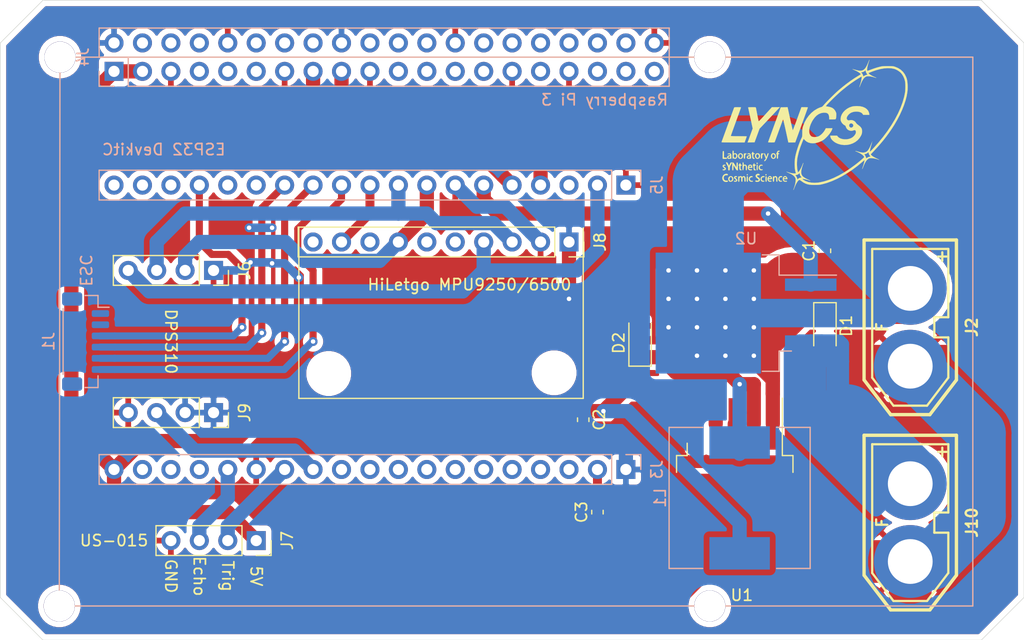
<source format=kicad_pcb>
(kicad_pcb (version 20171130) (host pcbnew 5.1.4-e60b266~84~ubuntu19.04.1)
  (layers (0 F.Cu signal) (31 B.Cu signal) (34 B.Paste user) (35 F.Paste user) (36 B.SilkS user) (37 F.SilkS user) (38 B.Mask user) (39 F.Mask user) (44 Edge.Cuts user))
  (net 0 "")
  (net 1 GND)
  (net 2 BAT)
  (net 3 5V)
  (net 4 EN)
  (net 5 "Net-(D2-Pad1)")
  (net 6 GPIO4)
  (net 7 GPIO21)
  (net 8 GPIO22)
  (net 9 GPIO27)
  (net 10 CMD)
  (net 11 SD3)
  (net 12 SD2)
  (net 13 Echo)
  (net 14 GPIO25)
  (net 15 GPIO33)
  (net 16 GPIO32)
  (net 17 GPIO35)
  (net 18 GPIO34)
  (net 19 VN)
  (net 20 VP)
  (net 21 3V3)
  (net 22 PI_UART_TX)
  (net 23 PI_UART_RX)
  (net 24 "Net-(J4-Pad11)")
  (net 25 "Net-(J4-Pad12)")
  (net 26 GPIO15)
  (net 27 "Net-(J4-Pad27)")
  (net 28 "Net-(J4-Pad28)")
  (net 29 "Net-(J4-Pad31)")
  (net 30 "Net-(J4-Pad32)")
  (net 31 "Net-(J4-Pad35)")
  (net 32 "Net-(J4-Pad36)")
  (net 33 "Net-(J4-Pad37)")
  (net 34 "Net-(J4-Pad38)")
  (net 35 ADO)
  (net 36 GPIO5)
  (net 37 CSBN)
  (net 38 GPIO16)
  (net 39 GPIO0)
  (net 40 GPIO2)
  (net 41 SD1)
  (net 42 SD0)
  (net 43 CLK)
  (net 44 EDA)
  (net 45 ECL)
  (net 46 INT)
  (net 47 FSYNC)
  (net 48 "Net-(J1-Pad2)")
  (net 49 ESC_VIN)
  (net 50 GPIO17)
  (net 51 GPIO26)
  (net 52 GPIO23)
  (net 53 PI_GPIO10)
  (net 54 PI_GPIO9)
  (net 55 PI_GPIO11)
  (net 56 PI_GPIO8)
  (net 57 PI_PIGPIO_TX)
  (net 58 PI_PIGPIO_RX)
  (net 59 "Net-(J4-Pad4)")
  (net 60 "Net-(J4-Pad6)")
  (net 61 "Net-(J4-Pad8)")
  (net 62 "Net-(J4-Pad14)")
  (net 63 "Net-(J4-Pad16)")
  (net 64 "Net-(J4-Pad21)")
  (net 65 "Net-(J4-Pad25)")
  (net 66 "Net-(J4-Pad30)")
  (net 67 "Net-(J4-Pad34)")
  (net 68 "Net-(J4-Pad39)")
  (net 69 GPIO18)
  (net 70 GPIO12)
  (net 71 "Net-(J1-Pad1)")
  (module locallib:lyncs-logo (layer F.Cu) (at 163.83 83.82)
    (fp_text reference G*** hide)
    (fp_text value LOGO hide)
  )
  (module MountingHole:MountingHole_3mm (layer F.Cu) (at 140.9065 105.664)
    (fp_text reference screw hide)
    (fp_text value MountingHole_3mm)
    (pad 1 np_thru_hole circle (at 0 0) (size 3 3) (drill 3) (layers *.Cu *.Mask))
  )
  (module MountingHole:MountingHole_3mm (layer F.Cu) (at 120.777 105.7275)
    (fp_text reference screw hide)
    (fp_text value MountingHole_3mm)
    (pad 1 np_thru_hole circle (at 0 0) (size 3 3) (drill 3) (layers *.Cu *.Mask))
  )
  (module Inductor_SMD:L_12x12mm_H6mm (layer B.Cu) (at 157.48 116.84 270)
    (fp_text reference L1 (at 0 7.1 270) (layer B.SilkS) (effects (justify mirror)))
    (fp_text value 989BS-270M)
    (pad 1 smd rect (at -4.95 0 270) (size 2.9 5.4) (layers B.Cu B.Paste B.Mask) (net 5 "Net-(D2-Pad1)"))
    (pad 2 smd rect (at 4.95 0 270) (size 2.9 5.4) (layers B.Cu B.Paste B.Mask) (net 3 5V))
  )
  (module Connector_PinSocket_2.54mm:PinSocket_1x04_P2.54mm_Vertical (layer F.Cu) (at 110.49 109.22 270)
    (fp_text reference J9 (at 0 -2.77 90) (layer F.SilkS))
    (fp_text value DPS310_RIGHT)
    (pad 1 thru_hole rect (at 0 0 270) (size 1.7 1.7) (drill 1) (layers *.Cu *.Mask) (net 21 3V3))
    (pad 2 thru_hole oval (at 0 2.54 270) (size 1.7 1.7) (drill 1) (layers *.Cu *.Mask) (net 21 3V3))
    (pad 3 thru_hole oval (at 0 5.08 270) (size 1.7 1.7) (drill 1) (layers *.Cu *.Mask) (net 37 CSBN))
    (pad 4 thru_hole oval (at 0 7.62 270) (size 1.7 1.7) (drill 1) (layers *.Cu *.Mask) (net 1 GND))
  )
  (module RC-Battery-Connectors:XT-60_female (layer F.Cu) (at 172.72 119.045 270)
    (fp_text reference J10 (at 0 -5.5 90) (layer F.SilkS) (effects (font (thickness 0.2))))
    (fp_text value "to ESC Power" hide)
    (fp_text user + (at -6.32 -2.79 90) (layer F.SilkS) (effects (font (thickness 0.2))))
    (fp_text user F (at 0 2.5 90) (layer F.SilkS) (effects (font (thickness 0.2))))
    (pad 2 thru_hole circle (at -3.475 0 270) (size 6.5 6.5) (drill 4) (layers *.Cu *.Mask) (net 49 ESC_VIN))
    (pad 1 thru_hole circle (at 3.475 0 270) (size 6.5 6.5) (drill 4) (layers *.Cu *.Mask) (net 1 GND))
  )
  (module Package_TO_SOT_SMD:TO-263-3_TabPin4 (layer B.Cu) (at 158.055 100.33 180)
    (fp_text reference U2 (at 0 6.65) (layer B.SilkS) (effects (justify mirror)))
    (fp_text value SKI03021)
    (pad 1 smd rect (at -5.775 2.54 180) (size 4.6 1.1) (layers B.Cu B.Paste B.Mask) (net 7 GPIO21))
    (pad 2 smd rect (at -5.775 0 180) (size 4.6 1.1) (layers B.Cu B.Paste B.Mask) (net 2 BAT))
    (pad 3 smd rect (at -5.775 -2.54 180) (size 4.6 1.1) (layers B.Cu B.Paste B.Mask) (net 49 ESC_VIN))
    (pad 4 smd rect (at 3.375 0 180) (size 9.4 10.8) (layers B.Cu B.Mask) (net 2 BAT))
  )
  (module RC-Battery-Connectors:XT-60_female (layer F.Cu) (at 172.72 101.6 270)
    (fp_text reference J2 (at 0 -5.5 90) (layer F.SilkS) (effects (font (thickness 0.2))))
    (fp_text value BATTRY hide)
    (fp_text user F (at 0 2.5 90) (layer F.SilkS) (effects (font (thickness 0.2))))
    (fp_text user + (at -6.32 -2.79 90) (layer F.SilkS) (effects (font (thickness 0.2))))
    (pad 1 thru_hole circle (at 3.475 0 270) (size 6.5 6.5) (drill 4) (layers *.Cu *.Mask) (net 1 GND))
    (pad 2 thru_hole circle (at -3.475 0 270) (size 6.5 6.5) (drill 4) (layers *.Cu *.Mask) (net 2 BAT))
  )
  (module Capacitor_SMD:C_0603_1608Metric (layer F.Cu) (at 165.1 94.7675 90)
    (fp_text reference C1 (at 0 -1.43 90) (layer F.SilkS))
    (fp_text value 47u)
    (pad 2 smd roundrect (at 0.7875 0 90) (size 0.875 0.95) (layers F.Cu F.Paste F.Mask) (net 1 GND))
    (pad 1 smd roundrect (at -0.7875 0 90) (size 0.875 0.95) (layers F.Cu F.Paste F.Mask) (net 2 BAT))
  )
  (module Capacitor_SMD:C_0603_1608Metric (layer F.Cu) (at 143.51 109.855 270)
    (fp_text reference C2 (at 0 -1.43 90) (layer F.SilkS))
    (fp_text value 22u)
    (pad 1 smd roundrect (at -0.7875 0 270) (size 0.875 0.95) (layers F.Cu F.Paste F.Mask) (net 3 5V))
    (pad 2 smd roundrect (at 0.7875 0 270) (size 0.875 0.95) (layers F.Cu F.Paste F.Mask) (net 1 GND))
  )
  (module Capacitor_SMD:C_0603_1608Metric (layer F.Cu) (at 144.78 118.11 90)
    (fp_text reference C3 (at 0 -1.43 90) (layer F.SilkS))
    (fp_text value 1u)
    (pad 1 smd roundrect (at -0.7875 0 90) (size 0.875 0.95) (layers F.Cu F.Paste F.Mask) (net 1 GND))
    (pad 2 smd roundrect (at 0.7875 0 90) (size 0.875 0.95) (layers F.Cu F.Paste F.Mask) (net 4 EN))
  )
  (module Diode_SMD:D_SOD-123F (layer F.Cu) (at 165.1 101.6 270)
    (fp_text reference D1 (at -0.127 -1.905 90) (layer F.SilkS))
    (fp_text value SS2040FL)
    (pad 1 smd rect (at -1.4 0 270) (size 1.1 1.1) (layers F.Cu F.Paste F.Mask) (net 2 BAT))
    (pad 2 smd rect (at 1.4 0 270) (size 1.1 1.1) (layers F.Cu F.Paste F.Mask) (net 1 GND))
  )
  (module Diode_SMD:D_SOD-123F (layer F.Cu) (at 148.59 102.87 90)
    (fp_text reference D2 (at -0.127 -1.905 90) (layer F.SilkS))
    (fp_text value SS2040FL)
    (pad 2 smd rect (at 1.4 0 90) (size 1.1 1.1) (layers F.Cu F.Paste F.Mask) (net 1 GND))
    (pad 1 smd rect (at -1.4 0 90) (size 1.1 1.1) (layers F.Cu F.Paste F.Mask) (net 5 "Net-(D2-Pad1)"))
  )
  (module Connector_JST:JST_SH_BM06B-SRSS-TB_1x06-1MP_P1.00mm_Vertical (layer B.Cu) (at 99.06 102.87 270)
    (fp_text reference J1 (at 0 3.3 90) (layer B.SilkS) (effects (justify mirror)))
    (fp_text value ESC)
    (pad 1 smd roundrect (at -2.5 -1.325 270) (size 0.6 1.55) (layers B.Cu B.Paste B.Mask) (net 71 "Net-(J1-Pad1)"))
    (pad 2 smd roundrect (at -1.5 -1.325 270) (size 0.6 1.55) (layers B.Cu B.Paste B.Mask) (net 48 "Net-(J1-Pad2)"))
    (pad 3 smd roundrect (at -0.5 -1.325 270) (size 0.6 1.55) (layers B.Cu B.Paste B.Mask) (net 26 GPIO15))
    (pad 4 smd roundrect (at 0.5 -1.325 270) (size 0.6 1.55) (layers B.Cu B.Paste B.Mask) (net 6 GPIO4))
    (pad 5 smd roundrect (at 1.5 -1.325 270) (size 0.6 1.55) (layers B.Cu B.Paste B.Mask) (net 38 GPIO16))
    (pad 6 smd roundrect (at 2.5 -1.325 270) (size 0.6 1.55) (layers B.Cu B.Paste B.Mask) (net 50 GPIO17))
    (pad MP smd roundrect (at -3.8 1.2 270) (size 1.2 1.8) (layers B.Cu B.Paste B.Mask) (roundrect_rratio 0.208333))
    (pad MP smd roundrect (at 3.8 1.2 270) (size 1.2 1.8) (layers B.Cu B.Paste B.Mask) (roundrect_rratio 0.208333))
  )
  (module Package_TO_SOT_SMD:TO-263-5_TabPin3 (layer F.Cu) (at 157.045 116.005 270)
    (fp_text reference U1 (at 9.525 -0.635 180) (layer F.SilkS))
    (fp_text value LM2596T-5)
    (pad 1 smd rect (at -5.775 -3.4 270) (size 4.6 1.1) (layers F.Cu F.Paste F.Mask) (net 2 BAT))
    (pad 2 smd rect (at -5.775 -1.7 270) (size 4.6 1.1) (layers F.Cu F.Paste F.Mask) (net 5 "Net-(D2-Pad1)"))
    (pad 3 smd rect (at -5.775 0 270) (size 4.6 1.1) (layers F.Cu F.Paste F.Mask) (net 1 GND))
    (pad 4 smd rect (at -5.775 1.7 270) (size 4.6 1.1) (layers F.Cu F.Paste F.Mask) (net 3 5V))
    (pad 5 smd rect (at -5.775 3.4 270) (size 4.6 1.1) (layers F.Cu F.Paste F.Mask) (net 1 GND))
    (pad 3 smd rect (at 3.375 0 270) (size 9.4 10.8) (layers F.Cu F.Mask) (net 1 GND))
  )
  (module Connector_PinSocket_2.54mm:PinSocket_1x19_P2.54mm_Vertical (layer B.Cu) (at 147.32 114.3 90)
    (fp_text reference J3 (at 0 2.77 270) (layer B.SilkS) (effects (justify mirror)))
    (fp_text value ESP32_LEFT)
    (pad 19 thru_hole oval (at 0 -45.72 90) (size 1.7 1.7) (drill 1) (layers *.Cu *.Mask) (net 3 5V))
    (pad 18 thru_hole oval (at 0 -43.18 90) (size 1.7 1.7) (drill 1) (layers *.Cu *.Mask) (net 10 CMD))
    (pad 17 thru_hole oval (at 0 -40.64 90) (size 1.7 1.7) (drill 1) (layers *.Cu *.Mask) (net 11 SD3))
    (pad 16 thru_hole oval (at 0 -38.1 90) (size 1.7 1.7) (drill 1) (layers *.Cu *.Mask) (net 12 SD2))
    (pad 15 thru_hole oval (at 0 -35.56 90) (size 1.7 1.7) (drill 1) (layers *.Cu *.Mask) (net 13 Echo))
    (pad 14 thru_hole oval (at 0 -33.02 90) (size 1.7 1.7) (drill 1) (layers *.Cu *.Mask) (net 1 GND))
    (pad 13 thru_hole oval (at 0 -30.48 90) (size 1.7 1.7) (drill 1) (layers *.Cu *.Mask) (net 70 GPIO12))
    (pad 12 thru_hole oval (at 0 -27.94 90) (size 1.7 1.7) (drill 1) (layers *.Cu *.Mask) (net 37 CSBN))
    (pad 11 thru_hole oval (at 0 -25.4 90) (size 1.7 1.7) (drill 1) (layers *.Cu *.Mask) (net 9 GPIO27))
    (pad 10 thru_hole oval (at 0 -22.86 90) (size 1.7 1.7) (drill 1) (layers *.Cu *.Mask) (net 51 GPIO26))
    (pad 9 thru_hole oval (at 0 -20.32 90) (size 1.7 1.7) (drill 1) (layers *.Cu *.Mask) (net 14 GPIO25))
    (pad 8 thru_hole oval (at 0 -17.78 90) (size 1.7 1.7) (drill 1) (layers *.Cu *.Mask) (net 15 GPIO33))
    (pad 7 thru_hole oval (at 0 -15.24 90) (size 1.7 1.7) (drill 1) (layers *.Cu *.Mask) (net 16 GPIO32))
    (pad 6 thru_hole oval (at 0 -12.7 90) (size 1.7 1.7) (drill 1) (layers *.Cu *.Mask) (net 17 GPIO35))
    (pad 5 thru_hole oval (at 0 -10.16 90) (size 1.7 1.7) (drill 1) (layers *.Cu *.Mask) (net 18 GPIO34))
    (pad 4 thru_hole oval (at 0 -7.62 90) (size 1.7 1.7) (drill 1) (layers *.Cu *.Mask) (net 19 VN))
    (pad 3 thru_hole oval (at 0 -5.08 90) (size 1.7 1.7) (drill 1) (layers *.Cu *.Mask) (net 20 VP))
    (pad 2 thru_hole oval (at 0 -2.54 90) (size 1.7 1.7) (drill 1) (layers *.Cu *.Mask) (net 4 EN))
    (pad 1 thru_hole rect (at 0 0 90) (size 1.7 1.7) (drill 1) (layers *.Cu *.Mask) (net 21 3V3))
  )
  (module Connector_PinSocket_2.54mm:PinSocket_2x20_P2.54mm_Vertical (layer B.Cu) (at 101.6 78.74 270)
    (fp_text reference J4 (at -1.27 2.77 270) (layer B.SilkS) (effects (justify mirror)))
    (fp_text value "Raspberry Pi")
    (pad 1 thru_hole rect (at 0 0 270) (size 1.7 1.7) (drill 1) (layers *.Cu *.Mask) (net 3 5V))
    (pad 2 thru_hole oval (at -2.54 0 270) (size 1.7 1.7) (drill 1) (layers *.Cu *.Mask) (net 21 3V3))
    (pad 3 thru_hole oval (at 0 -2.54 270) (size 1.7 1.7) (drill 1) (layers *.Cu *.Mask) (net 3 5V))
    (pad 4 thru_hole oval (at -2.54 -2.54 270) (size 1.7 1.7) (drill 1) (layers *.Cu *.Mask) (net 59 "Net-(J4-Pad4)"))
    (pad 5 thru_hole oval (at 0 -5.08 270) (size 1.7 1.7) (drill 1) (layers *.Cu *.Mask) (net 1 GND))
    (pad 6 thru_hole oval (at -2.54 -5.08 270) (size 1.7 1.7) (drill 1) (layers *.Cu *.Mask) (net 60 "Net-(J4-Pad6)"))
    (pad 7 thru_hole oval (at 0 -7.62 270) (size 1.7 1.7) (drill 1) (layers *.Cu *.Mask) (net 22 PI_UART_TX))
    (pad 8 thru_hole oval (at -2.54 -7.62 270) (size 1.7 1.7) (drill 1) (layers *.Cu *.Mask) (net 61 "Net-(J4-Pad8)"))
    (pad 9 thru_hole oval (at 0 -10.16 270) (size 1.7 1.7) (drill 1) (layers *.Cu *.Mask) (net 23 PI_UART_RX))
    (pad 10 thru_hole oval (at -2.54 -10.16 270) (size 1.7 1.7) (drill 1) (layers *.Cu *.Mask) (net 1 GND))
    (pad 11 thru_hole oval (at 0 -12.7 270) (size 1.7 1.7) (drill 1) (layers *.Cu *.Mask) (net 24 "Net-(J4-Pad11)"))
    (pad 12 thru_hole oval (at -2.54 -12.7 270) (size 1.7 1.7) (drill 1) (layers *.Cu *.Mask) (net 25 "Net-(J4-Pad12)"))
    (pad 13 thru_hole oval (at 0 -15.24 270) (size 1.7 1.7) (drill 1) (layers *.Cu *.Mask) (net 1 GND))
    (pad 14 thru_hole oval (at -2.54 -15.24 270) (size 1.7 1.7) (drill 1) (layers *.Cu *.Mask) (net 62 "Net-(J4-Pad14)"))
    (pad 15 thru_hole oval (at 0 -17.78 270) (size 1.7 1.7) (drill 1) (layers *.Cu *.Mask) (net 57 PI_PIGPIO_TX))
    (pad 16 thru_hole oval (at -2.54 -17.78 270) (size 1.7 1.7) (drill 1) (layers *.Cu *.Mask) (net 63 "Net-(J4-Pad16)"))
    (pad 17 thru_hole oval (at 0 -20.32 270) (size 1.7 1.7) (drill 1) (layers *.Cu *.Mask) (net 58 PI_PIGPIO_RX))
    (pad 18 thru_hole oval (at -2.54 -20.32 270) (size 1.7 1.7) (drill 1) (layers *.Cu *.Mask) (net 21 3V3))
    (pad 19 thru_hole oval (at 0 -22.86 270) (size 1.7 1.7) (drill 1) (layers *.Cu *.Mask) (net 1 GND))
    (pad 20 thru_hole oval (at -2.54 -22.86 270) (size 1.7 1.7) (drill 1) (layers *.Cu *.Mask) (net 53 PI_GPIO10))
    (pad 21 thru_hole oval (at 0 -25.4 270) (size 1.7 1.7) (drill 1) (layers *.Cu *.Mask) (net 64 "Net-(J4-Pad21)"))
    (pad 22 thru_hole oval (at -2.54 -25.4 270) (size 1.7 1.7) (drill 1) (layers *.Cu *.Mask) (net 54 PI_GPIO9))
    (pad 23 thru_hole oval (at 0 -27.94 270) (size 1.7 1.7) (drill 1) (layers *.Cu *.Mask) (net 56 PI_GPIO8))
    (pad 24 thru_hole oval (at -2.54 -27.94 270) (size 1.7 1.7) (drill 1) (layers *.Cu *.Mask) (net 55 PI_GPIO11))
    (pad 25 thru_hole oval (at 0 -30.48 270) (size 1.7 1.7) (drill 1) (layers *.Cu *.Mask) (net 65 "Net-(J4-Pad25)"))
    (pad 26 thru_hole oval (at -2.54 -30.48 270) (size 1.7 1.7) (drill 1) (layers *.Cu *.Mask) (net 1 GND))
    (pad 27 thru_hole oval (at 0 -33.02 270) (size 1.7 1.7) (drill 1) (layers *.Cu *.Mask) (net 27 "Net-(J4-Pad27)"))
    (pad 28 thru_hole oval (at -2.54 -33.02 270) (size 1.7 1.7) (drill 1) (layers *.Cu *.Mask) (net 28 "Net-(J4-Pad28)"))
    (pad 29 thru_hole oval (at 0 -35.56 270) (size 1.7 1.7) (drill 1) (layers *.Cu *.Mask) (net 1 GND))
    (pad 30 thru_hole oval (at -2.54 -35.56 270) (size 1.7 1.7) (drill 1) (layers *.Cu *.Mask) (net 66 "Net-(J4-Pad30)"))
    (pad 31 thru_hole oval (at 0 -38.1 270) (size 1.7 1.7) (drill 1) (layers *.Cu *.Mask) (net 29 "Net-(J4-Pad31)"))
    (pad 32 thru_hole oval (at -2.54 -38.1 270) (size 1.7 1.7) (drill 1) (layers *.Cu *.Mask) (net 30 "Net-(J4-Pad32)"))
    (pad 33 thru_hole oval (at 0 -40.64 270) (size 1.7 1.7) (drill 1) (layers *.Cu *.Mask) (net 1 GND))
    (pad 34 thru_hole oval (at -2.54 -40.64 270) (size 1.7 1.7) (drill 1) (layers *.Cu *.Mask) (net 67 "Net-(J4-Pad34)"))
    (pad 35 thru_hole oval (at 0 -43.18 270) (size 1.7 1.7) (drill 1) (layers *.Cu *.Mask) (net 31 "Net-(J4-Pad35)"))
    (pad 36 thru_hole oval (at -2.54 -43.18 270) (size 1.7 1.7) (drill 1) (layers *.Cu *.Mask) (net 32 "Net-(J4-Pad36)"))
    (pad 37 thru_hole oval (at 0 -45.72 270) (size 1.7 1.7) (drill 1) (layers *.Cu *.Mask) (net 33 "Net-(J4-Pad37)"))
    (pad 38 thru_hole oval (at -2.54 -45.72 270) (size 1.7 1.7) (drill 1) (layers *.Cu *.Mask) (net 34 "Net-(J4-Pad38)"))
    (pad 39 thru_hole oval (at 0 -48.26 270) (size 1.7 1.7) (drill 1) (layers *.Cu *.Mask) (net 68 "Net-(J4-Pad39)"))
    (pad 40 thru_hole oval (at -2.54 -48.26 270) (size 1.7 1.7) (drill 1) (layers *.Cu *.Mask) (net 1 GND))
  )
  (module Connector_PinSocket_2.54mm:PinSocket_1x19_P2.54mm_Vertical (layer B.Cu) (at 147.32 88.9 90)
    (fp_text reference J5 (at 0 2.77 270) (layer B.SilkS) (effects (justify mirror)))
    (fp_text value ESP32_RIGHT)
    (pad 1 thru_hole rect (at 0 0 90) (size 1.7 1.7) (drill 1) (layers *.Cu *.Mask) (net 1 GND))
    (pad 2 thru_hole oval (at 0 -2.54 90) (size 1.7 1.7) (drill 1) (layers *.Cu *.Mask) (net 52 GPIO23))
    (pad 3 thru_hole oval (at 0 -5.08 90) (size 1.7 1.7) (drill 1) (layers *.Cu *.Mask) (net 8 GPIO22))
    (pad 4 thru_hole oval (at 0 -7.62 90) (size 1.7 1.7) (drill 1) (layers *.Cu *.Mask) (net 58 PI_PIGPIO_RX))
    (pad 5 thru_hole oval (at 0 -10.16 90) (size 1.7 1.7) (drill 1) (layers *.Cu *.Mask) (net 57 PI_PIGPIO_TX))
    (pad 6 thru_hole oval (at 0 -12.7 90) (size 1.7 1.7) (drill 1) (layers *.Cu *.Mask) (net 7 GPIO21))
    (pad 7 thru_hole oval (at 0 -15.24 90) (size 1.7 1.7) (drill 1) (layers *.Cu *.Mask) (net 1 GND))
    (pad 8 thru_hole oval (at 0 -17.78 90) (size 1.7 1.7) (drill 1) (layers *.Cu *.Mask) (net 35 ADO))
    (pad 9 thru_hole oval (at 0 -20.32 90) (size 1.7 1.7) (drill 1) (layers *.Cu *.Mask) (net 69 GPIO18))
    (pad 10 thru_hole oval (at 0 -22.86 90) (size 1.7 1.7) (drill 1) (layers *.Cu *.Mask) (net 36 GPIO5))
    (pad 11 thru_hole oval (at 0 -25.4 90) (size 1.7 1.7) (drill 1) (layers *.Cu *.Mask) (net 50 GPIO17))
    (pad 12 thru_hole oval (at 0 -27.94 90) (size 1.7 1.7) (drill 1) (layers *.Cu *.Mask) (net 38 GPIO16))
    (pad 13 thru_hole oval (at 0 -30.48 90) (size 1.7 1.7) (drill 1) (layers *.Cu *.Mask) (net 6 GPIO4))
    (pad 14 thru_hole oval (at 0 -33.02 90) (size 1.7 1.7) (drill 1) (layers *.Cu *.Mask) (net 39 GPIO0))
    (pad 15 thru_hole oval (at 0 -35.56 90) (size 1.7 1.7) (drill 1) (layers *.Cu *.Mask) (net 40 GPIO2))
    (pad 16 thru_hole oval (at 0 -38.1 90) (size 1.7 1.7) (drill 1) (layers *.Cu *.Mask) (net 26 GPIO15))
    (pad 17 thru_hole oval (at 0 -40.64 90) (size 1.7 1.7) (drill 1) (layers *.Cu *.Mask) (net 41 SD1))
    (pad 18 thru_hole oval (at 0 -43.18 90) (size 1.7 1.7) (drill 1) (layers *.Cu *.Mask) (net 42 SD0))
    (pad 19 thru_hole oval (at 0 -45.72 90) (size 1.7 1.7) (drill 1) (layers *.Cu *.Mask) (net 43 CLK))
  )
  (module Connector_PinSocket_2.54mm:PinSocket_1x04_P2.54mm_Vertical (layer F.Cu) (at 110.49 96.52 270)
    (fp_text reference J6 (at 0 -2.77 90) (layer F.SilkS))
    (fp_text value DPS310_LEFT)
    (pad 1 thru_hole rect (at 0 0 270) (size 1.7 1.7) (drill 1) (layers *.Cu *.Mask) (net 1 GND))
    (pad 2 thru_hole oval (at 0 2.54 270) (size 1.7 1.7) (drill 1) (layers *.Cu *.Mask) (net 35 ADO))
    (pad 3 thru_hole oval (at 0 5.08 270) (size 1.7 1.7) (drill 1) (layers *.Cu *.Mask) (net 69 GPIO18))
    (pad 4 thru_hole oval (at 0 7.62 270) (size 1.7 1.7) (drill 1) (layers *.Cu *.Mask) (net 52 GPIO23))
  )
  (module Connector_PinSocket_2.54mm:PinSocket_1x04_P2.54mm_Vertical (layer F.Cu) (at 114.3 120.65 270)
    (fp_text reference J7 (at 0 -2.77 90) (layer F.SilkS))
    (fp_text value US-015)
    (pad 1 thru_hole rect (at 0 0 270) (size 1.7 1.7) (drill 1) (layers *.Cu *.Mask) (net 3 5V))
    (pad 2 thru_hole oval (at 0 2.54 270) (size 1.7 1.7) (drill 1) (layers *.Cu *.Mask) (net 70 GPIO12))
    (pad 3 thru_hole oval (at 0 5.08 270) (size 1.7 1.7) (drill 1) (layers *.Cu *.Mask) (net 13 Echo))
    (pad 4 thru_hole oval (at 0 7.62 270) (size 1.7 1.7) (drill 1) (layers *.Cu *.Mask) (net 1 GND))
  )
  (module Connector_PinSocket_2.54mm:PinSocket_1x10_P2.54mm_Vertical (layer F.Cu) (at 142.24 93.98 270)
    (fp_text reference J8 (at 0 -2.77 90) (layer F.SilkS))
    (fp_text value MPU9250)
    (pad 1 thru_hole rect (at 0 0 270) (size 1.7 1.7) (drill 1) (layers *.Cu *.Mask) (net 21 3V3))
    (pad 2 thru_hole oval (at 0 2.54 270) (size 1.7 1.7) (drill 1) (layers *.Cu *.Mask) (net 1 GND))
    (pad 3 thru_hole oval (at 0 5.08 270) (size 1.7 1.7) (drill 1) (layers *.Cu *.Mask) (net 69 GPIO18))
    (pad 4 thru_hole oval (at 0 7.62 270) (size 1.7 1.7) (drill 1) (layers *.Cu *.Mask) (net 52 GPIO23))
    (pad 5 thru_hole oval (at 0 10.16 270) (size 1.7 1.7) (drill 1) (layers *.Cu *.Mask) (net 44 EDA))
    (pad 6 thru_hole oval (at 0 12.7 270) (size 1.7 1.7) (drill 1) (layers *.Cu *.Mask) (net 45 ECL))
    (pad 7 thru_hole oval (at 0 15.24 270) (size 1.7 1.7) (drill 1) (layers *.Cu *.Mask) (net 35 ADO))
    (pad 8 thru_hole oval (at 0 17.78 270) (size 1.7 1.7) (drill 1) (layers *.Cu *.Mask) (net 46 INT))
    (pad 9 thru_hole oval (at 0 20.32 270) (size 1.7 1.7) (drill 1) (layers *.Cu *.Mask) (net 36 GPIO5))
    (pad 10 thru_hole oval (at 0 22.86 270) (size 1.7 1.7) (drill 1) (layers *.Cu *.Mask) (net 47 FSYNC))
  )
  (gr_text ESC (at 99.06 96.52 270) (layer B.SilkS) (effects (font (size 1 1)) (justify mirror)))
  (gr_text "ESP32 DevkitC" (at 106.045 85.725) (layer B.SilkS) (effects (font (size 1 1)) (justify mirror)))
  (gr_text 5V (at 114.3 123.825 270) (layer F.SilkS) (effects (font (size 1 1))))
  (gr_text Trig (at 111.76 123.825 270) (layer F.SilkS) (effects (font (size 1 1))))
  (gr_text Echo (at 109.22 123.825 270) (layer F.SilkS) (effects (font (size 1 1))))
  (gr_text GND (at 106.68 123.825 270) (layer F.SilkS) (effects (font (size 1 1))))
  (gr_text US-015 (at 101.6 120.65) (layer F.SilkS) (effects (font (size 1 1))))
  (gr_text DPS310 (at 106.68 102.87 270) (layer F.SilkS) (effects (font (size 1 1))))
  (gr_line (start 96.7105 126.492) (end 178.308 126.492) (layer B.SilkS) (width 0.12))
  (gr_line (start 96.774 77.47) (end 96.7105 126.492) (layer B.SilkS) (width 0.12))
  (gr_line (start 178.308 77.47) (end 96.774 77.47) (layer B.SilkS) (width 0.12))
  (gr_line (start 178.308 77.47) (end 178.308 126.492) (layer B.SilkS) (width 0.12))
  (gr_text "Raspberry Pi 3" (at 145.415 81.28) (layer B.SilkS) (effects (font (size 1 1)) (justify mirror)))
  (gr_line (start 95.25 72.39) (end 97.79 72.39) (layer Edge.Cuts) (width 0.05))
  (gr_line (start 91.44 76.2) (end 95.25 72.39) (layer Edge.Cuts) (width 0.05))
  (gr_line (start 91.44 125.73) (end 91.44 76.2) (layer Edge.Cuts) (width 0.05))
  (gr_line (start 95.25 129.54) (end 91.44 125.73) (layer Edge.Cuts) (width 0.05))
  (gr_line (start 179.07 129.54) (end 95.25 129.54) (layer Edge.Cuts) (width 0.05))
  (gr_line (start 182.88 125.73) (end 179.07 129.54) (layer Edge.Cuts) (width 0.05))
  (gr_line (start 182.88 76.2) (end 182.88 125.73) (layer Edge.Cuts) (width 0.05))
  (gr_line (start 179.07 72.39) (end 182.88 76.2) (layer Edge.Cuts) (width 0.05))
  (gr_line (start 175.26 72.39) (end 179.07 72.39) (layer Edge.Cuts) (width 0.05))
  (gr_line (start 97.79 72.39) (end 175.26 72.39) (layer Edge.Cuts) (width 0.05))
  (gr_line (start 118.11 107.95) (end 118.11 92.71) (layer F.SilkS) (width 0.12))
  (gr_line (start 143.51 107.95) (end 118.11 107.95) (layer F.SilkS) (width 0.12))
  (gr_line (start 143.51 92.71) (end 143.51 107.95) (layer F.SilkS) (width 0.12))
  (gr_text "HiLetgo MPU9250/6500" (at 133.35 97.79) (layer F.SilkS) (effects (font (size 1 1))))
  (via (at 96.774 77.47) (size 2.78) (drill 2.76) (layers F.Cu B.Cu) (net 0))
  (via (at 96.7105 126.492) (size 2.78) (drill 2.76) (layers F.Cu B.Cu) (net 0))
  (via (at 154.813 126.492) (size 2.78) (drill 2.76) (layers F.Cu B.Cu) (net 0))
  (via (at 154.813 77.47) (size 2.78) (drill 2.76) (layers F.Cu B.Cu) (net 0))
  (segment (start 111.76 98.849) (end 111.76 96.52) (width 0.762) (layer F.Cu) (net 1))
  (segment (start 109.22 101.389) (end 111.76 98.849) (width 0.762) (layer F.Cu) (net 1))
  (segment (start 157.745 119.38) (end 157.045 119.38) (width 3.81) (layer F.Cu) (net 1))
  (segment (start 166.518806 110.606194) (end 157.745 119.38) (width 3.81) (layer F.Cu) (net 1))
  (segment (start 166.518806 106.68) (end 166.518806 110.606194) (width 3.81) (layer F.Cu) (net 1))
  (segment (start 168.123806 105.075) (end 166.518806 106.68) (width 3.81) (layer F.Cu) (net 1))
  (segment (start 172.72 105.075) (end 168.123806 105.075) (width 3.81) (layer F.Cu) (net 1))
  (segment (start 172.72 105.075) (end 172.72 109.22) (width 3.81) (layer F.Cu) (net 1))
  (segment (start 172.72 122.52) (end 172.72 127) (width 3.81) (layer F.Cu) (net 1))
  (segment (start 172.72 105.075) (end 180.005 105.075) (width 3.81) (layer F.Cu) (net 1))
  (segment (start 177.316194 122.52) (end 177.916194 121.92) (width 3.81) (layer F.Cu) (net 1))
  (segment (start 172.72 122.52) (end 177.316194 122.52) (width 3.81) (layer F.Cu) (net 1))
  (segment (start 157.045 119.38) (end 149.86 119.38) (width 3.81) (layer F.Cu) (net 1))
  (segment (start 153.67 119.38) (end 152.4 118.11) (width 3.81) (layer F.Cu) (net 1))
  (segment (start 157.045 119.38) (end 153.67 119.38) (width 3.81) (layer F.Cu) (net 1))
  (segment (start 157.045 119.38) (end 157.045 121.485) (width 3.81) (layer F.Cu) (net 1))
  (segment (start 158.08 122.52) (end 161.89 122.52) (width 3.81) (layer F.Cu) (net 1))
  (segment (start 157.045 121.485) (end 158.08 122.52) (width 3.81) (layer F.Cu) (net 1))
  (segment (start 161.89 122.52) (end 172.72 122.52) (width 3.81) (layer F.Cu) (net 1))
  (segment (start 157.045 119.38) (end 158.75 121.085) (width 3.81) (layer F.Cu) (net 1))
  (segment (start 158.75 121.085) (end 158.75 124.46) (width 3.81) (layer F.Cu) (net 1))
  (segment (start 158.75 124.46) (end 160.02 125.73) (width 3.81) (layer F.Cu) (net 1))
  (segment (start 157.045 119.38) (end 157.045 114.735) (width 3.81) (layer F.Cu) (net 1))
  (segment (start 156.752398 119.38) (end 150.402398 125.73) (width 3.81) (layer F.Cu) (net 1))
  (segment (start 157.045 119.38) (end 156.752398 119.38) (width 3.81) (layer F.Cu) (net 1))
  (segment (start 157.045 119.38) (end 165.1 119.38) (width 3.81) (layer F.Cu) (net 1))
  (segment (start 157.045 110.23) (end 157.045 114.735) (width 1.27) (layer F.Cu) (net 1))
  (segment (start 144.085 110.6425) (end 143.51 110.6425) (width 1.27) (layer F.Cu) (net 1))
  (segment (start 156.345 119.38) (end 147.6075 110.6425) (width 1.27) (layer F.Cu) (net 1))
  (segment (start 147.6075 110.6425) (end 144.085 110.6425) (width 1.27) (layer F.Cu) (net 1))
  (segment (start 157.045 119.38) (end 156.345 119.38) (width 1.27) (layer F.Cu) (net 1))
  (segment (start 157.045 119.38) (end 157.045 117.275) (width 1.27) (layer F.Cu) (net 1))
  (segment (start 136.544989 90.824989) (end 138.850001 93.130001) (width 1.27) (layer B.Cu) (net 1))
  (segment (start 138.850001 93.130001) (end 139.7 93.98) (width 1.27) (layer B.Cu) (net 1))
  (segment (start 134.004989 90.824989) (end 136.544989 90.824989) (width 1.27) (layer B.Cu) (net 1))
  (segment (start 132.08 88.9) (end 134.004989 90.824989) (width 1.27) (layer B.Cu) (net 1))
  (via (at 113.790151 95.800411) (size 0.8) (drill 0.4) (layers F.Cu B.Cu) (net 1))
  (segment (start 110.49 96.52) (end 113.070562 96.52) (width 0.762) (layer B.Cu) (net 1))
  (segment (start 113.070562 96.52) (end 113.790151 95.800411) (width 0.762) (layer B.Cu) (net 1))
  (via (at 115.7175 95.885) (size 0.8) (drill 0.4) (layers F.Cu B.Cu) (net 1))
  (segment (start 113.790151 95.800411) (end 115.632911 95.800411) (width 0.762) (layer B.Cu) (net 1))
  (segment (start 115.632911 95.800411) (end 115.7175 95.885) (width 0.762) (layer B.Cu) (net 1))
  (via (at 118.11 97.155) (size 0.8) (drill 0.4) (layers F.Cu B.Cu) (net 1))
  (segment (start 115.7175 95.885) (end 116.84 95.885) (width 0.762) (layer B.Cu) (net 1))
  (segment (start 116.84 95.885) (end 118.11 97.155) (width 0.762) (layer B.Cu) (net 1))
  (via (at 113.665 92.71) (size 0.8) (drill 0.4) (layers F.Cu B.Cu) (net 1))
  (segment (start 113.790151 95.800411) (end 113.790151 92.835151) (width 0.762) (layer F.Cu) (net 1))
  (segment (start 113.790151 92.835151) (end 113.665 92.71) (width 0.762) (layer F.Cu) (net 1))
  (via (at 115.7175 92.71) (size 0.8) (drill 0.4) (layers F.Cu B.Cu) (net 1))
  (segment (start 113.665 92.71) (end 115.7175 92.71) (width 0.762) (layer B.Cu) (net 1))
  (segment (start 113.884001 96.07712) (end 113.884001 102.650999) (width 0.508) (layer F.Cu) (net 1))
  (segment (start 113.790151 95.800411) (end 113.790151 95.98327) (width 0.508) (layer F.Cu) (net 1))
  (segment (start 113.790151 95.98327) (end 113.884001 96.07712) (width 0.508) (layer F.Cu) (net 1))
  (segment (start 110.481999 102.650999) (end 109.22 101.389) (width 0.508) (layer F.Cu) (net 1))
  (segment (start 113.884001 102.650999) (end 110.481999 102.650999) (width 0.508) (layer F.Cu) (net 1))
  (segment (start 178.710001 111.065001) (end 172.72 105.075) (width 5.08) (layer B.Cu) (net 1))
  (segment (start 178.710001 118.445201) (end 178.710001 111.065001) (width 5.08) (layer B.Cu) (net 1))
  (segment (start 172.72 122.52) (end 174.635202 122.52) (width 5.08) (layer B.Cu) (net 1))
  (segment (start 174.635202 122.52) (end 178.710001 118.445201) (width 5.08) (layer B.Cu) (net 1))
  (via (at 158.75 96.52) (size 0.8) (drill 0.4) (layers F.Cu B.Cu) (net 2))
  (via (at 151.13 101.6) (size 0.8) (drill 0.4) (layers F.Cu B.Cu) (net 2))
  (via (at 151.13 96.52) (size 0.8) (drill 0.4) (layers F.Cu B.Cu) (net 2))
  (via (at 151.13 99.06) (size 0.8) (drill 0.4) (layers F.Cu B.Cu) (net 2))
  (via (at 153.67 99.06) (size 0.8) (drill 0.4) (layers F.Cu B.Cu) (net 2))
  (via (at 153.67 101.6) (size 0.8) (drill 0.4) (layers F.Cu B.Cu) (net 2))
  (via (at 158.75 99.06) (size 0.8) (drill 0.4) (layers F.Cu B.Cu) (net 2))
  (segment (start 158.75 101.6) (end 158.75 101.6) (width 1.27) (layer F.Cu) (net 2))
  (segment (start 151.13 99.06) (end 153.67 99.06) (width 1.27) (layer F.Cu) (net 2))
  (segment (start 154.94 99.06) (end 154.94 97.79) (width 1.27) (layer F.Cu) (net 2))
  (segment (start 154.94 97.79) (end 153.67 96.52) (width 1.27) (layer F.Cu) (net 2))
  (segment (start 154.94 99.06) (end 158.75 99.06) (width 1.27) (layer F.Cu) (net 2))
  (segment (start 153.67 99.06) (end 154.94 99.06) (width 1.27) (layer F.Cu) (net 2))
  (segment (start 156.21 96.52) (end 151.13 96.52) (width 1.27) (layer F.Cu) (net 2))
  (segment (start 151.13 99.06) (end 153.67 101.6) (width 1.27) (layer F.Cu) (net 2))
  (segment (start 151.13 96.52) (end 151.13 99.06) (width 1.27) (layer F.Cu) (net 2))
  (segment (start 153.67 99.06) (end 153.67 96.52) (width 1.27) (layer F.Cu) (net 2))
  (segment (start 151.13 96.52) (end 153.67 99.06) (width 1.27) (layer F.Cu) (net 2))
  (segment (start 153.67 99.06) (end 156.21 96.52) (width 1.27) (layer F.Cu) (net 2))
  (segment (start 156.21 96.52) (end 158.75 99.06) (width 1.27) (layer F.Cu) (net 2))
  (segment (start 158.75 99.06) (end 156.21 101.6) (width 1.27) (layer F.Cu) (net 2))
  (segment (start 156.21 101.6) (end 156.21 101.6) (width 1.27) (layer F.Cu) (net 2))
  (segment (start 153.67 101.6) (end 156.21 99.06) (width 1.27) (layer F.Cu) (net 2))
  (segment (start 153.67 96.52) (end 151.13 99.06) (width 1.27) (layer F.Cu) (net 2))
  (segment (start 151.13 101.6) (end 153.67 101.6) (width 1.27) (layer F.Cu) (net 2))
  (segment (start 151.13 101.6) (end 151.13 99.06) (width 1.27) (layer F.Cu) (net 2))
  (segment (start 151.13 101.6) (end 153.67 99.06) (width 1.27) (layer F.Cu) (net 2))
  (segment (start 153.67 101.6) (end 153.67 99.06) (width 1.27) (layer F.Cu) (net 2))
  (segment (start 156.21 96.52) (end 156.21 96.52) (width 1.27) (layer F.Cu) (net 2))
  (segment (start 156.21 96.52) (end 156.21 97.79) (width 1.27) (layer F.Cu) (net 2))
  (segment (start 156.21 97.79) (end 156.21 99.06) (width 1.27) (layer F.Cu) (net 2))
  (segment (start 153.67 96.52) (end 153.67 96.52) (width 1.27) (layer F.Cu) (net 2))
  (via (at 153.67 96.52) (size 0.8) (drill 0.4) (layers F.Cu B.Cu) (net 2))
  (segment (start 156.21 96.52) (end 156.21 96.52) (width 1.27) (layer F.Cu) (net 2))
  (via (at 156.21 96.52) (size 0.8) (drill 0.4) (layers F.Cu B.Cu) (net 2))
  (segment (start 156.21 99.06) (end 155.375 99.06) (width 1.27) (layer B.Cu) (net 2))
  (via (at 156.21 99.06) (size 0.8) (drill 0.4) (layers F.Cu B.Cu) (net 2))
  (segment (start 156.21 101.6) (end 153.67 99.06) (width 1.27) (layer F.Cu) (net 2))
  (segment (start 158.75 96.52) (end 156.21 96.52) (width 1.27) (layer F.Cu) (net 2))
  (segment (start 156.21 99.06) (end 158.75 96.52) (width 1.27) (layer F.Cu) (net 2))
  (segment (start 158.75 96.52) (end 158.75 99.06) (width 1.27) (layer F.Cu) (net 2))
  (segment (start 160.445 110.23) (end 160.445 107.525) (width 1.27) (layer F.Cu) (net 2))
  (segment (start 160.445 107.525) (end 160.445 105.835) (width 1.27) (layer F.Cu) (net 2))
  (segment (start 156.21 101.6) (end 158.75 104.14) (width 1.27) (layer F.Cu) (net 2))
  (segment (start 156.21 101.6) (end 158.75 101.6) (width 1.27) (layer F.Cu) (net 2))
  (segment (start 158.75 101.6) (end 158.75 99.06) (width 1.27) (layer F.Cu) (net 2))
  (segment (start 156.21 99.06) (end 156.21 101.6) (width 1.27) (layer F.Cu) (net 2))
  (segment (start 157.98691 103.63309) (end 159.175 102.445) (width 1.27) (layer F.Cu) (net 2))
  (segment (start 159.175 102.025) (end 158.75 101.6) (width 1.27) (layer F.Cu) (net 2))
  (segment (start 159.175 102.445) (end 159.175 102.025) (width 1.27) (layer F.Cu) (net 2))
  (segment (start 156.88 103.63309) (end 157.98691 103.63309) (width 1.27) (layer F.Cu) (net 2))
  (segment (start 156.88 103.47) (end 156.88 103.63309) (width 1.27) (layer F.Cu) (net 2))
  (segment (start 156.21 104.14) (end 156.21 104.14) (width 1.27) (layer F.Cu) (net 2))
  (segment (start 158.288908 104.14) (end 160.445 106.296092) (width 1.27) (layer F.Cu) (net 2))
  (segment (start 160.445 106.296092) (end 160.445 107.525) (width 1.27) (layer F.Cu) (net 2))
  (segment (start 158.75 101.6) (end 156.88 103.47) (width 1.27) (layer F.Cu) (net 2))
  (segment (start 156.21 101.6) (end 156.21 102.87) (width 1.27) (layer F.Cu) (net 2))
  (segment (start 153.67 102.87) (end 156.21 102.87) (width 1.27) (layer F.Cu) (net 2))
  (segment (start 156.21 102.87) (end 156.21 104.14) (width 1.27) (layer F.Cu) (net 2))
  (segment (start 151.13 102.24998) (end 153.02002 104.14) (width 1.27) (layer F.Cu) (net 2))
  (segment (start 151.13 101.6) (end 151.13 102.24998) (width 1.27) (layer F.Cu) (net 2))
  (segment (start 152.4 101.6) (end 153.67 102.87) (width 1.27) (layer F.Cu) (net 2))
  (segment (start 151.13 101.6) (end 152.4 101.6) (width 1.27) (layer F.Cu) (net 2))
  (segment (start 158.75 101.6) (end 160.02 101.6) (width 1.27) (layer F.Cu) (net 2))
  (segment (start 160.445 102.025) (end 160.445 106.296092) (width 1.27) (layer F.Cu) (net 2))
  (segment (start 160.02 101.6) (end 160.445 102.025) (width 1.27) (layer F.Cu) (net 2))
  (segment (start 153.02002 104.14) (end 153.67 104.14) (width 1.27) (layer F.Cu) (net 2))
  (segment (start 156.21 102.235) (end 154.305 104.14) (width 1.27) (layer F.Cu) (net 2))
  (segment (start 156.21 101.6) (end 156.21 102.235) (width 1.27) (layer F.Cu) (net 2))
  (segment (start 154.305 104.14) (end 156.21 104.14) (width 1.27) (layer F.Cu) (net 2))
  (segment (start 151.13 101.6) (end 153.035 103.505) (width 1.27) (layer F.Cu) (net 2))
  (segment (start 156.845 103.505) (end 158.75 101.6) (width 1.27) (layer F.Cu) (net 2))
  (segment (start 153.035 103.505) (end 156.845 103.505) (width 1.27) (layer F.Cu) (net 2))
  (segment (start 153.67 104.14) (end 154.305 104.14) (width 1.27) (layer F.Cu) (net 2))
  (via (at 153.67 104.14) (size 0.8) (drill 0.4) (layers F.Cu B.Cu) (net 2))
  (segment (start 156.21 104.14) (end 158.288908 104.14) (width 1.27) (layer F.Cu) (net 2))
  (via (at 156.21 104.14) (size 0.8) (drill 0.4) (layers F.Cu B.Cu) (net 2))
  (segment (start 158.75 104.14) (end 160.445 105.835) (width 1.27) (layer F.Cu) (net 2))
  (via (at 158.75 104.14) (size 0.8) (drill 0.4) (layers F.Cu B.Cu) (net 2))
  (segment (start 156.21 99.06) (end 158.75 101.6) (width 1.27) (layer F.Cu) (net 2))
  (segment (start 162.225 98.125) (end 158.75 101.6) (width 6.35) (layer F.Cu) (net 2))
  (segment (start 172.72 98.125) (end 162.225 98.125) (width 6.35) (layer F.Cu) (net 2))
  (segment (start 171.115 96.52) (end 172.72 98.125) (width 1.27) (layer F.Cu) (net 2))
  (segment (start 158.75 96.52) (end 171.115 96.52) (width 1.27) (layer F.Cu) (net 2))
  (segment (start 158.75 101.6) (end 153.67 101.6) (width 1.27) (layer F.Cu) (net 2))
  (segment (start 157.48 101.6) (end 160.445 104.565) (width 1.27) (layer F.Cu) (net 2))
  (via (at 156.21 101.6) (size 0.8) (drill 0.4) (layers F.Cu B.Cu) (net 2))
  (segment (start 156.21 101.6) (end 157.48 101.6) (width 1.27) (layer F.Cu) (net 2))
  (segment (start 160.445 105.835) (end 160.445 104.565) (width 1.27) (layer F.Cu) (net 2))
  (segment (start 160.445 104.565) (end 160.445 103.295) (width 1.27) (layer F.Cu) (net 2))
  (segment (start 160.445 103.295) (end 158.75 101.6) (width 1.27) (layer F.Cu) (net 2))
  (via (at 158.75 101.6) (size 0.8) (drill 0.4) (layers F.Cu B.Cu) (net 2))
  (segment (start 163.83 100.33) (end 154.68 100.33) (width 1.27) (layer B.Cu) (net 2))
  (segment (start 163.83 100.33) (end 170.515 100.33) (width 1.27) (layer B.Cu) (net 2))
  (segment (start 170.515 100.33) (end 154.68 100.33) (width 2.54) (layer B.Cu) (net 2))
  (segment (start 172.72 98.125) (end 170.515 100.33) (width 2.54) (layer B.Cu) (net 2))
  (segment (start 154.68 88.58) (end 156.9 86.36) (width 6.35) (layer B.Cu) (net 2))
  (segment (start 154.68 100.33) (end 154.68 88.58) (width 6.35) (layer B.Cu) (net 2))
  (segment (start 160.955 86.36) (end 156.9 86.36) (width 6.35) (layer B.Cu) (net 2))
  (segment (start 172.72 98.125) (end 160.955 86.36) (width 6.35) (layer B.Cu) (net 2))
  (segment (start 145.711997 108.690001) (end 145.311998 109.09) (width 1.27) (layer F.Cu) (net 3))
  (segment (start 147.306999 107.094999) (end 145.711997 108.690001) (width 1.27) (layer F.Cu) (net 3))
  (segment (start 154.863001 107.094999) (end 147.306999 107.094999) (width 1.27) (layer F.Cu) (net 3))
  (segment (start 155.345 107.576998) (end 154.863001 107.094999) (width 1.27) (layer F.Cu) (net 3))
  (segment (start 155.345 110.23) (end 155.345 107.576998) (width 1.27) (layer F.Cu) (net 3))
  (via (at 145.311998 109.09) (size 0.8) (drill 0.4) (layers F.Cu B.Cu) (net 3))
  (segment (start 157.48 119.07) (end 147.5 109.09) (width 1.27) (layer B.Cu) (net 3))
  (segment (start 147.5 109.09) (end 145.311998 109.09) (width 1.27) (layer B.Cu) (net 3))
  (segment (start 157.48 121.79) (end 157.48 119.07) (width 1.27) (layer B.Cu) (net 3))
  (segment (start 115.093002 109.09) (end 142.24 109.09) (width 1.27) (layer F.Cu) (net 3))
  (segment (start 112.423002 111.76) (end 115.093002 109.09) (width 1.27) (layer F.Cu) (net 3))
  (segment (start 104.14 111.76) (end 112.423002 111.76) (width 1.27) (layer F.Cu) (net 3))
  (segment (start 142.24 109.09) (end 145.311998 109.09) (width 1.27) (layer F.Cu) (net 3))
  (segment (start 101.6 114.3) (end 104.14 111.76) (width 1.27) (layer F.Cu) (net 3))
  (segment (start 104.14 78.74) (end 101.6 78.74) (width 1.27) (layer F.Cu) (net 3))
  (segment (start 102.87 118.11) (end 101.6 116.84) (width 1.27) (layer F.Cu) (net 3))
  (segment (start 111.76 118.11) (end 102.87 118.11) (width 1.27) (layer F.Cu) (net 3))
  (segment (start 101.6 116.84) (end 101.6 114.3) (width 1.27) (layer F.Cu) (net 3))
  (segment (start 114.3 120.65) (end 111.76 118.11) (width 1.27) (layer F.Cu) (net 3))
  (segment (start 97.79 110.49) (end 99.06 111.76) (width 1.27) (layer F.Cu) (net 3))
  (segment (start 101.6 78.74) (end 97.79 82.55) (width 1.27) (layer F.Cu) (net 3))
  (segment (start 99.06 111.76) (end 101.6 114.3) (width 1.27) (layer F.Cu) (net 3))
  (segment (start 97.79 82.55) (end 97.79 110.49) (width 1.27) (layer F.Cu) (net 3))
  (segment (start 144.78 117.3225) (end 144.78 114.3) (width 0.8) (layer F.Cu) (net 4))
  (segment (start 157.48 110.18) (end 157.48 112.9) (width 1.27) (layer B.Cu) (net 5))
  (segment (start 158.745 106.685) (end 158.75 106.68) (width 1.27) (layer F.Cu) (net 5))
  (segment (start 158.745 110.23) (end 158.745 106.685) (width 1.27) (layer F.Cu) (net 5))
  (via (at 157.48 106.68) (size 0.8) (drill 0.4) (layers F.Cu B.Cu) (net 5))
  (segment (start 158.75 106.68) (end 157.48 106.68) (width 1.27) (layer F.Cu) (net 5))
  (segment (start 157.48 109.22) (end 157.48 106.68) (width 1.27) (layer B.Cu) (net 5))
  (segment (start 157.48 111.89) (end 157.48 109.22) (width 1.27) (layer B.Cu) (net 5))
  (segment (start 156.42499 105.62499) (end 151.76499 105.62499) (width 1.27) (layer F.Cu) (net 5))
  (segment (start 150.41 104.27) (end 148.59 104.27) (width 1.27) (layer F.Cu) (net 5))
  (segment (start 151.76499 105.62499) (end 150.41 104.27) (width 1.27) (layer F.Cu) (net 5))
  (segment (start 157.48 106.68) (end 156.42499 105.62499) (width 1.27) (layer F.Cu) (net 5))
  (segment (start 114.8 90.94) (end 114.8 102.1) (width 0.635) (layer F.Cu) (net 6))
  (segment (start 116.84 88.9) (end 114.8 90.94) (width 0.635) (layer F.Cu) (net 6))
  (via (at 114.8 102.1) (size 0.8) (drill 0.4) (layers F.Cu B.Cu) (net 6))
  (segment (start 113.53 103.37) (end 114.8 102.1) (width 0.635) (layer B.Cu) (net 6))
  (segment (start 101.655 103.37) (end 104.64 103.37) (width 0.635) (layer B.Cu) (net 6))
  (segment (start 104.195 103.37) (end 104.64 103.37) (width 0.635) (layer B.Cu) (net 6))
  (segment (start 104.64 103.37) (end 113.53 103.37) (width 0.635) (layer B.Cu) (net 6))
  (segment (start 101.655 103.37) (end 100.385 103.37) (width 0.635) (layer B.Cu) (net 6))
  (via (at 160.02 91.44) (size 0.8) (drill 0.4) (layers F.Cu B.Cu) (net 7))
  (segment (start 163.83 97.79) (end 163.83 95.25) (width 1.27) (layer B.Cu) (net 7))
  (segment (start 163.83 95.25) (end 160.02 91.44) (width 1.27) (layer B.Cu) (net 7))
  (segment (start 134.62 90.17) (end 134.62 88.9) (width 1.27) (layer F.Cu) (net 7))
  (segment (start 160.02 91.44) (end 135.89 91.44) (width 1.27) (layer F.Cu) (net 7))
  (segment (start 135.89 91.44) (end 134.62 90.17) (width 1.27) (layer F.Cu) (net 7))
  (segment (start 109.22 120.65) (end 109.22 119.38) (width 1.27) (layer B.Cu) (net 13))
  (segment (start 111.76 116.84) (end 111.76 114.3) (width 1.27) (layer B.Cu) (net 13))
  (segment (start 109.22 119.38) (end 111.76 116.84) (width 1.27) (layer B.Cu) (net 13))
  (via (at 142.24 99.06) (size 0.8) (drill 0.4) (layers F.Cu B.Cu) (net 21))
  (segment (start 142.24 93.98) (end 142.24 99.06) (width 1.27) (layer F.Cu) (net 21))
  (segment (start 147.32 112.18) (end 147.32 114.3) (width 1.27) (layer B.Cu) (net 21))
  (segment (start 142.24 99.06) (end 137.16 104.14) (width 1.27) (layer B.Cu) (net 21))
  (segment (start 142.24 111.76) (end 146.9 111.76) (width 1.27) (layer B.Cu) (net 21))
  (segment (start 146.9 111.76) (end 147.32 112.18) (width 1.27) (layer B.Cu) (net 21))
  (segment (start 137.16 104.14) (end 137.16 106.68) (width 1.27) (layer B.Cu) (net 21))
  (segment (start 137.16 106.68) (end 142.24 111.76) (width 1.27) (layer B.Cu) (net 21))
  (segment (start 110.328999 95.088999) (end 111.804801 95.088999) (width 0.635) (layer F.Cu) (net 26))
  (segment (start 109.22 93.98) (end 110.328999 95.088999) (width 0.635) (layer F.Cu) (net 26))
  (segment (start 109.22 88.9) (end 109.22 93.98) (width 0.635) (layer F.Cu) (net 26))
  (via (at 113.03 101.6) (size 0.8) (drill 0.4) (layers F.Cu B.Cu) (net 26))
  (segment (start 111.804801 95.088999) (end 112.497901 95.782099) (width 0.635) (layer F.Cu) (net 26))
  (segment (start 112.497901 95.782099) (end 113.03 96.314198) (width 0.635) (layer F.Cu) (net 26))
  (segment (start 113.03 96.429513) (end 113.03 101.6) (width 0.635) (layer F.Cu) (net 26))
  (segment (start 113.03 96.314198) (end 113.03 96.429513) (width 0.635) (layer F.Cu) (net 26))
  (segment (start 101.655 102.37) (end 100.385 102.37) (width 0.635) (layer B.Cu) (net 26))
  (segment (start 113.03 101.6) (end 112.26 102.37) (width 0.635) (layer B.Cu) (net 26))
  (segment (start 112.26 102.37) (end 101.655 102.37) (width 0.635) (layer B.Cu) (net 26))
  (segment (start 127 93.98) (end 129.54 91.44) (width 1.27) (layer F.Cu) (net 35))
  (segment (start 129.54 91.44) (end 129.54 88.9) (width 1.27) (layer F.Cu) (net 35))
  (segment (start 126.150001 94.829999) (end 127 93.98) (width 1.27) (layer B.Cu) (net 35))
  (segment (start 125.314999 95.665001) (end 126.150001 94.829999) (width 1.27) (layer B.Cu) (net 35))
  (segment (start 107.95 96.52) (end 107.95 95.25) (width 1.27) (layer B.Cu) (net 35))
  (segment (start 107.95 95.25) (end 109.22 93.98) (width 1.27) (layer B.Cu) (net 35))
  (segment (start 116.886198 93.98) (end 118.571199 95.665001) (width 1.27) (layer B.Cu) (net 35))
  (segment (start 109.22 93.98) (end 116.886198 93.98) (width 1.27) (layer B.Cu) (net 35))
  (segment (start 118.571199 95.665001) (end 125.314999 95.665001) (width 1.27) (layer B.Cu) (net 35))
  (segment (start 124.46 91.44) (end 121.92 93.98) (width 0.8) (layer F.Cu) (net 36))
  (segment (start 124.46 88.9) (end 124.46 91.44) (width 0.8) (layer F.Cu) (net 36))
  (segment (start 106.259999 110.069999) (end 105.41 109.22) (width 1.27) (layer B.Cu) (net 37))
  (segment (start 108.804999 112.614999) (end 106.259999 110.069999) (width 1.27) (layer B.Cu) (net 37))
  (segment (start 117.694999 112.614999) (end 108.804999 112.614999) (width 1.27) (layer B.Cu) (net 37))
  (segment (start 119.38 114.3) (end 117.694999 112.614999) (width 1.27) (layer B.Cu) (net 37))
  (segment (start 119.38 88.9) (end 116.84 91.44) (width 0.635) (layer F.Cu) (net 38))
  (via (at 116.84 102.87) (size 0.8) (drill 0.4) (layers F.Cu B.Cu) (net 38))
  (segment (start 116.84 100.33) (end 116.84 102.87) (width 0.635) (layer F.Cu) (net 38))
  (segment (start 116.84 91.44) (end 116.84 100.33) (width 0.635) (layer F.Cu) (net 38))
  (segment (start 101.655 104.37) (end 100.385 104.37) (width 0.635) (layer B.Cu) (net 38))
  (segment (start 116.84 102.87) (end 115.34 104.37) (width 0.635) (layer B.Cu) (net 38))
  (segment (start 115.34 104.37) (end 101.655 104.37) (width 0.635) (layer B.Cu) (net 38))
  (segment (start 163.83 102.87) (end 166.37 102.87) (width 1.27) (layer B.Cu) (net 49))
  (segment (start 166.37 102.87) (end 166.624 103.124) (width 1.27) (layer B.Cu) (net 49))
  (segment (start 166.624 109.474) (end 167.005 109.855) (width 1.27) (layer B.Cu) (net 49))
  (segment (start 172.72 115.57) (end 167.005 109.855) (width 6.35) (layer B.Cu) (net 49))
  (segment (start 163.83 102.87) (end 164.846 102.87) (width 1.27) (layer B.Cu) (net 49))
  (segment (start 164.846 102.87) (end 165.608 103.632) (width 1.27) (layer B.Cu) (net 49))
  (segment (start 165.608 103.632) (end 166.624 104.648) (width 1.27) (layer B.Cu) (net 49))
  (segment (start 164.592 103.632) (end 165.608 103.632) (width 1.27) (layer B.Cu) (net 49))
  (segment (start 166.624 103.124) (end 166.624 104.648) (width 1.27) (layer B.Cu) (net 49))
  (segment (start 166.624 104.648) (end 166.624 109.474) (width 1.27) (layer B.Cu) (net 49))
  (segment (start 169.672 117.856) (end 171.958 115.57) (width 1.27) (layer B.Cu) (net 49))
  (segment (start 171.958 115.57) (end 172.72 115.57) (width 1.27) (layer B.Cu) (net 49))
  (segment (start 162.814 102.87) (end 162.052 103.632) (width 1.27) (layer B.Cu) (net 49))
  (segment (start 163.83 102.87) (end 162.814 102.87) (width 1.27) (layer B.Cu) (net 49))
  (segment (start 162.052 103.632) (end 162.052 110.236) (width 1.27) (layer B.Cu) (net 49))
  (segment (start 162.052 110.236) (end 162.306 110.49) (width 1.27) (layer B.Cu) (net 49))
  (segment (start 163.322 108.966) (end 163.322 103.886) (width 1.27) (layer B.Cu) (net 49))
  (segment (start 162.56 109.728) (end 163.322 108.966) (width 1.27) (layer B.Cu) (net 49))
  (segment (start 163.83 102.87) (end 163.83 104.69) (width 1.27) (layer B.Cu) (net 49))
  (segment (start 163.576 104.944) (end 163.576 111.76) (width 1.27) (layer B.Cu) (net 49))
  (segment (start 163.83 104.69) (end 163.576 104.944) (width 1.27) (layer B.Cu) (net 49))
  (segment (start 162.306 110.49) (end 163.576 111.76) (width 1.27) (layer B.Cu) (net 49))
  (segment (start 163.83 102.87) (end 163.83 103.886) (width 1.27) (layer B.Cu) (net 49))
  (segment (start 163.83 103.886) (end 164.592 104.648) (width 1.27) (layer B.Cu) (net 49))
  (segment (start 163.576 111.76) (end 164.592 112.776) (width 1.27) (layer B.Cu) (net 49))
  (segment (start 164.592 104.648) (end 164.592 112.776) (width 1.27) (layer B.Cu) (net 49))
  (segment (start 165.862 104.902) (end 165.862 114.046) (width 1.27) (layer B.Cu) (net 49))
  (segment (start 164.592 112.776) (end 165.862 114.046) (width 1.27) (layer B.Cu) (net 49))
  (segment (start 163.83 102.87) (end 165.862 104.902) (width 1.27) (layer B.Cu) (net 49))
  (segment (start 165.862 114.046) (end 169.672 117.856) (width 1.27) (layer B.Cu) (net 49))
  (segment (start 163.83 103.378) (end 163.322 103.886) (width 1.27) (layer B.Cu) (net 49))
  (segment (start 163.83 102.87) (end 163.83 103.378) (width 1.27) (layer B.Cu) (net 49))
  (segment (start 162.306 104.902) (end 163.576 103.632) (width 1.27) (layer B.Cu) (net 49))
  (segment (start 162.306 110.49) (end 162.306 104.902) (width 1.27) (layer B.Cu) (net 49))
  (segment (start 162.052 103.632) (end 163.576 103.632) (width 1.27) (layer B.Cu) (net 49))
  (segment (start 163.576 103.632) (end 164.592 103.632) (width 1.27) (layer B.Cu) (net 49))
  (segment (start 101.655 105.37) (end 116.8 105.37) (width 0.635) (layer B.Cu) (net 50))
  (via (at 119.38 102.87) (size 0.8) (drill 0.4) (layers F.Cu B.Cu) (net 50))
  (segment (start 116.8 105.37) (end 119.3 102.87) (width 0.635) (layer B.Cu) (net 50))
  (segment (start 119.3 102.87) (end 119.38 102.87) (width 0.635) (layer B.Cu) (net 50))
  (segment (start 118.012499 92.807501) (end 119.38 91.44) (width 0.635) (layer F.Cu) (net 50))
  (segment (start 118.012499 95.152499) (end 118.012499 92.807501) (width 0.635) (layer F.Cu) (net 50))
  (segment (start 119.38 102.87) (end 119.38 96.52) (width 0.635) (layer F.Cu) (net 50))
  (segment (start 119.38 96.52) (end 118.012499 95.152499) (width 0.635) (layer F.Cu) (net 50))
  (segment (start 119.38 91.44) (end 120.65 91.44) (width 0.635) (layer F.Cu) (net 50))
  (segment (start 121.92 90.17) (end 121.92 88.9) (width 0.635) (layer F.Cu) (net 50))
  (segment (start 120.65 91.44) (end 121.92 90.17) (width 0.635) (layer F.Cu) (net 50))
  (segment (start 101.655 105.37) (end 100.385 105.37) (width 0.635) (layer B.Cu) (net 50))
  (segment (start 134.62 96.52) (end 134.62 93.98) (width 1.27) (layer B.Cu) (net 52))
  (segment (start 142.903002 96.52) (end 144.78 94.643002) (width 1.27) (layer B.Cu) (net 52))
  (segment (start 144.78 90.102081) (end 144.78 88.9) (width 1.27) (layer B.Cu) (net 52))
  (segment (start 144.78 94.643002) (end 144.78 90.102081) (width 1.27) (layer B.Cu) (net 52))
  (segment (start 134.62 96.52) (end 142.903002 96.52) (width 1.27) (layer B.Cu) (net 52))
  (segment (start 132.749999 98.390001) (end 134.62 96.52) (width 1.27) (layer B.Cu) (net 52))
  (segment (start 104.740001 98.390001) (end 132.749999 98.390001) (width 1.27) (layer B.Cu) (net 52))
  (segment (start 102.87 96.52) (end 104.740001 98.390001) (width 1.27) (layer B.Cu) (net 52))
  (segment (start 134.820009 86.560009) (end 136.310001 88.050001) (width 1.27) (layer F.Cu) (net 57))
  (segment (start 119.38 81.326198) (end 124.613811 86.560009) (width 1.27) (layer F.Cu) (net 57))
  (segment (start 136.310001 88.050001) (end 137.16 88.9) (width 1.27) (layer F.Cu) (net 57))
  (segment (start 124.613811 86.560009) (end 134.820009 86.560009) (width 1.27) (layer F.Cu) (net 57))
  (segment (start 119.38 78.74) (end 119.38 81.326198) (width 1.27) (layer F.Cu) (net 57))
  (segment (start 138.43 85.09) (end 139.7 86.36) (width 1.27) (layer F.Cu) (net 58))
  (segment (start 139.7 86.36) (end 139.7 88.9) (width 1.27) (layer F.Cu) (net 58))
  (segment (start 125.73 85.09) (end 138.43 85.09) (width 1.27) (layer F.Cu) (net 58))
  (segment (start 121.92 78.74) (end 121.92 81.28) (width 1.27) (layer F.Cu) (net 58))
  (segment (start 121.92 81.28) (end 125.73 85.09) (width 1.27) (layer F.Cu) (net 58))
  (segment (start 135.474999 92.294999) (end 130.394999 92.294999) (width 1.27) (layer B.Cu) (net 69))
  (segment (start 137.16 93.98) (end 135.474999 92.294999) (width 1.27) (layer B.Cu) (net 69))
  (segment (start 130.394999 92.294999) (end 129.54 91.44) (width 1.27) (layer B.Cu) (net 69))
  (segment (start 127 91.44) (end 127 88.9) (width 1.27) (layer B.Cu) (net 69))
  (segment (start 127 91.44) (end 129.54 91.44) (width 1.27) (layer B.Cu) (net 69))
  (segment (start 124.46 91.44) (end 127 91.44) (width 1.27) (layer B.Cu) (net 69))
  (segment (start 107.95 91.44) (end 124.46 91.44) (width 1.27) (layer B.Cu) (net 69))
  (segment (start 105.41 96.52) (end 105.41 93.98) (width 1.27) (layer B.Cu) (net 69))
  (segment (start 105.41 93.98) (end 107.95 91.44) (width 1.27) (layer B.Cu) (net 69))
  (segment (start 111.76 119.38) (end 116.84 114.3) (width 1.27) (layer B.Cu) (net 70))
  (segment (start 111.76 120.65) (end 111.76 119.38) (width 1.27) (layer B.Cu) (net 70))
  (zone (net 21) (net_name 3V3) (layer B.Cu) (connect_pads (clearance 0.508)) (min_thickness 0.254) (fill yes (arc_segments 32) (thermal_gap 0.508) (thermal_bridge_width 0.508))
    (polygon (pts (xy 182.88 76.2) (xy 182.88 125.73) (xy 179.07 129.54) (xy 95.25 129.54) (xy 91.44 125.73) (xy 91.44 76.2) (xy 95.25 72.39) (xy 179.07 72.39)))
  )
  (zone (net 1) (net_name GND) (layer F.Cu) (connect_pads (clearance 0.508)) (min_thickness 0.254) (fill yes (arc_segments 32) (thermal_gap 0.508) (thermal_bridge_width 0.508))
    (polygon (pts (xy 179.07 72.39) (xy 182.88 76.2) (xy 182.88 125.73) (xy 179.07 129.54) (xy 95.25 129.54) (xy 91.44 125.73) (xy 91.44 76.2) (xy 95.25 72.39)))
  )
)
</source>
